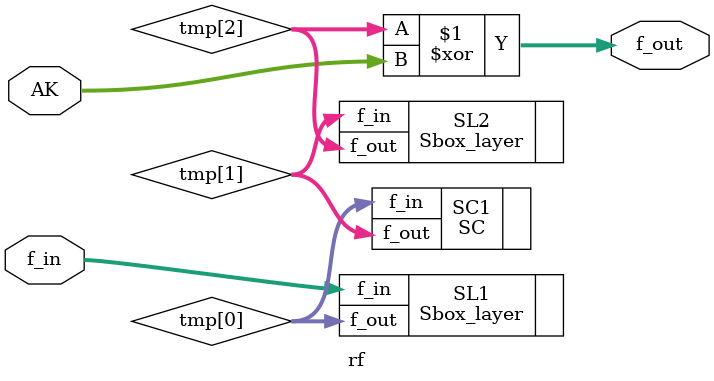
<source format=v>

module Rf (f_in, AC_AK, f_out);
localparam l = 32;
input [6*l-1:0] f_in;
input [6*l-1:0] AC_AK;
output [6*l-1:0] f_out;
wire [6*l-1:0] tmp[3:0];

Sbox_layer SL1(.f_in(f_in), .f_out(tmp[0])); 
SC  SC1(.f_in(tmp[0]), .f_out(tmp[1]));

Sbox_layer  SL2(.f_in(tmp[1]), .f_out(tmp[2])); 
SC  SC2(.f_in(tmp[2]), .f_out(tmp[3]));
MC_AC_AK  MCK(.f_in(tmp[3]), .AC_AK(AC_AK), .f_out(f_out));

endmodule


module rf (f_in, AK, f_out);
localparam l = 32;
input [6*l-1:0] f_in;
input [6*l-1:0] AK;
output [6*l-1:0] f_out;
wire [6*l-1:0] tmp[2:0];

Sbox_layer  SL1(.f_in(f_in), .f_out(tmp[0])); 
SC  SC1(.f_in(tmp[0]), .f_out(tmp[1]));

Sbox_layer SL2(.f_in(tmp[1]), .f_out(tmp[2])); 

assign f_out = tmp[2] ^ AK;

endmodule
</source>
